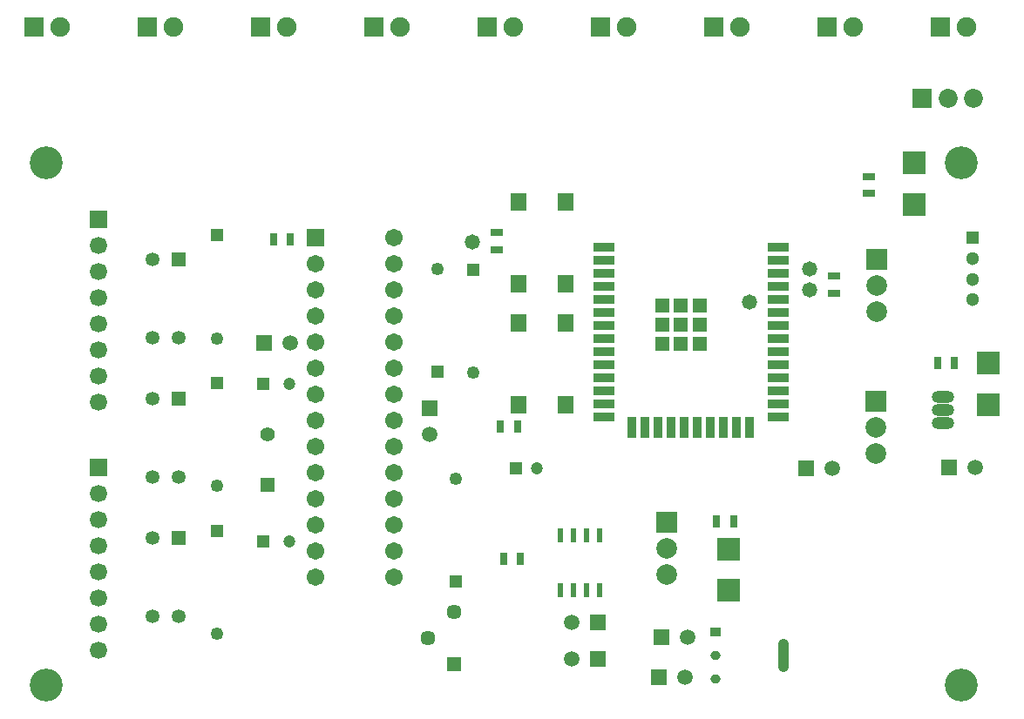
<source format=gts>
G04*
G04 #@! TF.GenerationSoftware,Altium Limited,Altium Designer,24.2.2 (26)*
G04*
G04 Layer_Color=8388736*
%FSLAX44Y44*%
%MOMM*%
G71*
G04*
G04 #@! TF.SameCoordinates,FF9118C4-6FED-4B38-AEEA-9CBEA1064A6B*
G04*
G04*
G04 #@! TF.FilePolarity,Negative*
G04*
G01*
G75*
%ADD18R,2.0000X2.0000*%
%ADD19R,0.7587X1.3082*%
%ADD20R,1.3082X0.7587*%
%ADD21R,1.3300X1.3300*%
%ADD22R,0.9000X2.0000*%
%ADD23R,2.0000X0.9000*%
%ADD25R,0.6000X1.4000*%
G04:AMPARAMS|DCode=26|XSize=1.0043mm|YSize=3.1821mm|CornerRadius=0.4369mm|HoleSize=0mm|Usage=FLASHONLY|Rotation=0.000|XOffset=0mm|YOffset=0mm|HoleType=Round|Shape=RoundedRectangle|*
%AMROUNDEDRECTD26*
21,1,1.0043,2.3084,0,0,0.0*
21,1,0.1306,3.1821,0,0,0.0*
1,1,0.8737,0.0653,-1.1542*
1,1,0.8737,-0.0653,-1.1542*
1,1,0.8737,-0.0653,1.1542*
1,1,0.8737,0.0653,1.1542*
%
%ADD26ROUNDEDRECTD26*%
G04:AMPARAMS|DCode=27|XSize=1.0043mm|YSize=0.8721mm|CornerRadius=0.4361mm|HoleSize=0mm|Usage=FLASHONLY|Rotation=0.000|XOffset=0mm|YOffset=0mm|HoleType=Round|Shape=RoundedRectangle|*
%AMROUNDEDRECTD27*
21,1,1.0043,0.0000,0,0,0.0*
21,1,0.1322,0.8721,0,0,0.0*
1,1,0.8721,0.0661,0.0000*
1,1,0.8721,-0.0661,0.0000*
1,1,0.8721,-0.0661,0.0000*
1,1,0.8721,0.0661,0.0000*
%
%ADD27ROUNDEDRECTD27*%
%ADD28R,1.0043X0.8721*%
%ADD29R,2.2032X2.2032*%
%ADD30R,1.5032X1.7532*%
%ADD31R,1.6900X1.6900*%
%ADD32C,1.6900*%
%ADD33C,1.8500*%
%ADD34R,1.8500X1.8500*%
%ADD35C,1.9000*%
%ADD36R,1.9000X1.9000*%
%ADD37C,2.0000*%
%ADD38R,1.5032X1.5032*%
%ADD39C,1.5032*%
%ADD40O,2.2032X1.2032*%
%ADD41O,2.2032X1.2032*%
%ADD42C,1.3000*%
%ADD43R,1.3000X1.3000*%
%ADD44C,1.3500*%
%ADD45R,1.3500X1.3500*%
%ADD46C,1.2500*%
%ADD47R,1.2500X1.2500*%
%ADD48C,1.2000*%
%ADD49R,1.2000X1.2000*%
%ADD50R,1.4032X1.4032*%
%ADD51C,1.4032*%
%ADD52C,1.7032*%
%ADD53R,1.7032X1.7032*%
%ADD54R,1.5032X1.5032*%
%ADD55C,1.4532*%
%ADD56R,1.4532X1.4532*%
%ADD57C,1.4732*%
%ADD58C,3.2032*%
D18*
X1084834Y555752D02*
D03*
X1086100Y693928D02*
D03*
X881888Y438404D02*
D03*
D19*
X1161427Y592836D02*
D03*
X1144893D02*
D03*
X739787Y402590D02*
D03*
X723253D02*
D03*
X736993Y531622D02*
D03*
X720459D02*
D03*
X499733Y712954D02*
D03*
X516267D02*
D03*
X930263Y439166D02*
D03*
X946797D02*
D03*
D20*
X1078230Y774331D02*
D03*
Y757797D02*
D03*
X1044448Y677557D02*
D03*
Y661023D02*
D03*
X716534Y703441D02*
D03*
Y719975D02*
D03*
D21*
X913860Y612030D02*
D03*
X895510D02*
D03*
X877160D02*
D03*
X913860Y630380D02*
D03*
X895510D02*
D03*
X877160D02*
D03*
X913860Y648730D02*
D03*
X895510D02*
D03*
X877160D02*
D03*
D22*
X962660Y530280D02*
D03*
X949960D02*
D03*
X937260D02*
D03*
X924560D02*
D03*
X911860D02*
D03*
X899160D02*
D03*
X886460D02*
D03*
X873760D02*
D03*
X861060D02*
D03*
X848360D02*
D03*
D23*
X990510Y705380D02*
D03*
Y692680D02*
D03*
Y679980D02*
D03*
Y667280D02*
D03*
Y654580D02*
D03*
Y641880D02*
D03*
Y629180D02*
D03*
Y616480D02*
D03*
Y603780D02*
D03*
Y591080D02*
D03*
Y578380D02*
D03*
Y565680D02*
D03*
Y552980D02*
D03*
Y540280D02*
D03*
X820510D02*
D03*
Y552980D02*
D03*
Y565680D02*
D03*
Y578380D02*
D03*
Y591080D02*
D03*
Y603780D02*
D03*
Y616480D02*
D03*
Y629180D02*
D03*
Y641880D02*
D03*
Y654580D02*
D03*
Y667280D02*
D03*
Y679980D02*
D03*
Y692680D02*
D03*
Y705380D02*
D03*
D25*
X778510Y372280D02*
D03*
X791210D02*
D03*
X803910D02*
D03*
X816610D02*
D03*
Y425280D02*
D03*
X803910D02*
D03*
X791210D02*
D03*
X778510D02*
D03*
D26*
X995032Y308864D02*
D03*
D27*
X929132Y285964D02*
D03*
Y308864D02*
D03*
D28*
Y331764D02*
D03*
D29*
X1194308Y552770D02*
D03*
Y592770D02*
D03*
X1122426Y747334D02*
D03*
Y787334D02*
D03*
X942086Y371988D02*
D03*
Y411988D02*
D03*
D30*
X738230Y552070D02*
D03*
X783230D02*
D03*
X738230Y631570D02*
D03*
X783230D02*
D03*
X783230Y749934D02*
D03*
X738230D02*
D03*
X783230Y670434D02*
D03*
X738230D02*
D03*
D31*
X330200Y732790D02*
D03*
Y491490D02*
D03*
D32*
Y707390D02*
D03*
Y681990D02*
D03*
Y656590D02*
D03*
Y631190D02*
D03*
Y605790D02*
D03*
Y580390D02*
D03*
Y554990D02*
D03*
Y466090D02*
D03*
Y440690D02*
D03*
Y415290D02*
D03*
Y389890D02*
D03*
Y364490D02*
D03*
Y339090D02*
D03*
Y313690D02*
D03*
D33*
X1180000Y850000D02*
D03*
X1155000D02*
D03*
D34*
X1130000D02*
D03*
D35*
X732700Y920000D02*
D03*
X842700D02*
D03*
X1172700D02*
D03*
X1062700D02*
D03*
X952700D02*
D03*
X402700D02*
D03*
X622700D02*
D03*
X512700D02*
D03*
X292700D02*
D03*
D36*
X707300D02*
D03*
X817300D02*
D03*
X1147300D02*
D03*
X1037300D02*
D03*
X927300D02*
D03*
X377300D02*
D03*
X597300D02*
D03*
X487300D02*
D03*
X267300D02*
D03*
D37*
X1084834Y504952D02*
D03*
Y530352D02*
D03*
X1086100Y643128D02*
D03*
Y668528D02*
D03*
X881888Y387604D02*
D03*
Y413004D02*
D03*
D38*
X1017016Y490474D02*
D03*
X1156208Y491236D02*
D03*
X490370Y612902D02*
D03*
X815340Y340360D02*
D03*
Y304800D02*
D03*
X876554Y326136D02*
D03*
X874522Y287274D02*
D03*
D39*
X1042416Y490474D02*
D03*
X1181608Y491236D02*
D03*
X515770Y612902D02*
D03*
X651510Y523240D02*
D03*
X789940Y340360D02*
D03*
Y304800D02*
D03*
X901954Y326136D02*
D03*
X899922Y287274D02*
D03*
D40*
X1150366Y534670D02*
D03*
Y547370D02*
D03*
D41*
Y560070D02*
D03*
D42*
X1179400Y654530D02*
D03*
Y674530D02*
D03*
Y694530D02*
D03*
D43*
Y714530D02*
D03*
D44*
X407670Y346626D02*
D03*
X382270D02*
D03*
Y422826D02*
D03*
X407670Y482108D02*
D03*
X382270D02*
D03*
Y558308D02*
D03*
X407670Y617590D02*
D03*
X382270D02*
D03*
Y693790D02*
D03*
D45*
X407670Y422826D02*
D03*
Y558308D02*
D03*
Y693790D02*
D03*
D46*
X445008Y473283D02*
D03*
Y329476D02*
D03*
Y617090D02*
D03*
X693928Y583730D02*
D03*
X676910Y480530D02*
D03*
X658876Y684746D02*
D03*
D47*
X445008Y573283D02*
D03*
Y429476D02*
D03*
Y717090D02*
D03*
X693928Y683730D02*
D03*
X676910Y380530D02*
D03*
X658876Y584746D02*
D03*
D48*
X515220Y419100D02*
D03*
Y572770D02*
D03*
X755490Y490220D02*
D03*
D49*
X490220Y419100D02*
D03*
Y572770D02*
D03*
X735490Y490220D02*
D03*
D50*
X494030Y474710D02*
D03*
D51*
Y523510D02*
D03*
D52*
X617220Y384810D02*
D03*
Y410210D02*
D03*
Y435610D02*
D03*
Y461010D02*
D03*
Y486410D02*
D03*
Y511810D02*
D03*
Y537210D02*
D03*
Y562610D02*
D03*
Y588010D02*
D03*
Y613410D02*
D03*
Y638810D02*
D03*
Y664210D02*
D03*
Y689610D02*
D03*
Y715010D02*
D03*
X541020Y384810D02*
D03*
Y410210D02*
D03*
Y435610D02*
D03*
Y461010D02*
D03*
Y486410D02*
D03*
Y511810D02*
D03*
Y537210D02*
D03*
Y562610D02*
D03*
Y588010D02*
D03*
Y613410D02*
D03*
Y638810D02*
D03*
Y664210D02*
D03*
Y689610D02*
D03*
D53*
Y715010D02*
D03*
D54*
X651510Y548640D02*
D03*
D55*
X675640Y350520D02*
D03*
X650240Y325120D02*
D03*
D56*
X675640Y299720D02*
D03*
D57*
X962660Y652272D02*
D03*
X1020826Y684784D02*
D03*
Y664464D02*
D03*
X692912Y710692D02*
D03*
D58*
X1168400Y279400D02*
D03*
Y787400D02*
D03*
X279400D02*
D03*
Y279400D02*
D03*
M02*

</source>
